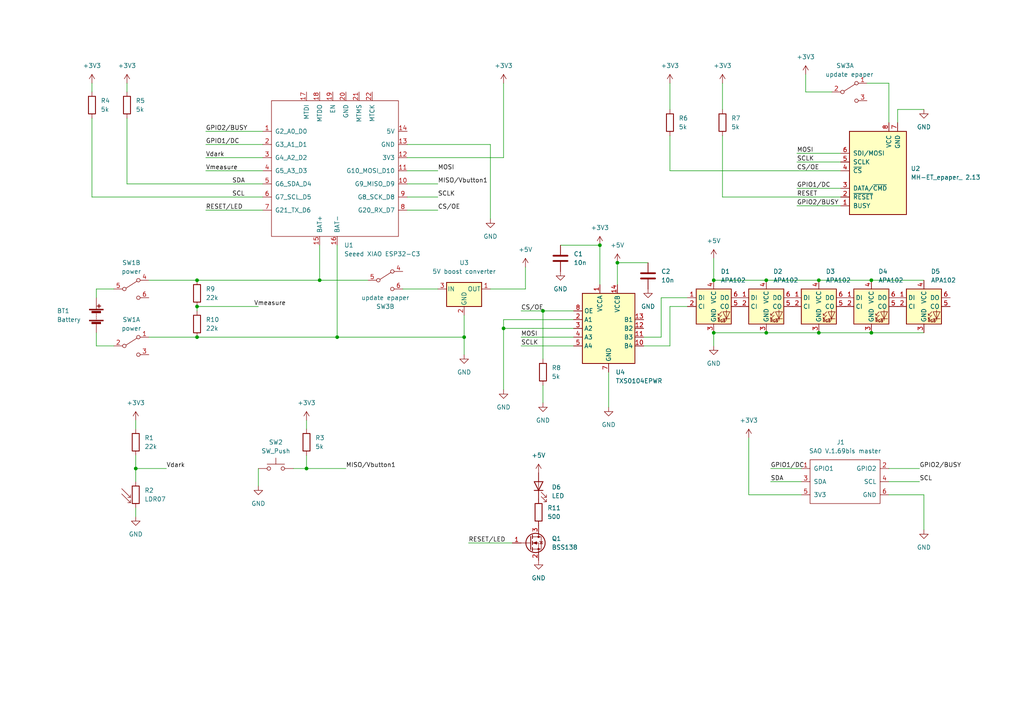
<source format=kicad_sch>
(kicad_sch (version 20211123) (generator eeschema)
  (paper "A4")
  (lib_symbols
    (symbol "Device:Battery" (pin_numbers hide) (pin_names (offset 0) hide)
      (property "Reference" "BT" (at 2.54 2.54 0))
      (property "Value" "Battery" (at 2.54 0 0))
      (symbol "Battery_0_1"
        (rectangle (start -2.032 -1.397) (end 2.032 -1.651) (fill (type outline)))
        (rectangle (start -2.032 1.778) (end 2.032 1.524) (fill (type outline)))
        (rectangle (start -1.3208 -1.9812) (end 1.27 -2.4892) (fill (type outline)))
        (rectangle (start -1.3208 1.1938) (end 1.27 0.6858) (fill (type outline)))
        (polyline (pts (xy 0 -1.524) (xy 0 -1.27)))
        (polyline (pts (xy 0 -1.016) (xy 0 -0.762)))
        (polyline (pts (xy 0 -0.508) (xy 0 -0.254)))
        (polyline (pts (xy 0 0) (xy 0 0.254)))
        (polyline (pts (xy 0 0.508) (xy 0 0.762)))
        (polyline (pts (xy 0 1.778) (xy 0 2.54)))
        (polyline (pts (xy 0.254 2.667) (xy 1.27 2.667)) (stroke (width 0.254)))
        (polyline (pts (xy 0.762 3.175) (xy 0.762 2.159)) (stroke (width 0.254)))
      )
      (symbol "Battery_1_1"
        (pin passive line (at 0 5.08 270) (length 2.54) (name "+") (number "1"))
        (pin passive line (at 0 -5.08 90) (length 2.54) (name "-") (number "2"))
      )
    )
    (symbol "Device:C" (pin_numbers hide) (pin_names (offset 0.254))
      (property "Reference" "C" (at 0.635 2.54 0))
      (property "Value" "C" (at 0.635 -2.54 0))
      (symbol "C_0_1"
        (polyline (pts (xy -2.032 -0.762) (xy 2.032 -0.762)) (stroke (width 0.508)))
        (polyline (pts (xy -2.032 0.762) (xy 2.032 0.762)) (stroke (width 0.508)))
      )
      (symbol "C_1_1"
        (pin passive line (at 0 3.81 270) (length 2.794) (name "~") (number "1"))
        (pin passive line (at 0 -3.81 90) (length 2.794) (name "~") (number "2"))
      )
    )
    (symbol "Device:LED" (pin_numbers hide) (pin_names (offset 1.016) hide)
      (property "Reference" "D" (at 0 2.54 0))
      (property "Value" "LED" (at 0 -2.54 0))
      (symbol "LED_0_1"
        (polyline (pts (xy -1.27 -1.27) (xy -1.27 1.27)) (stroke (width 0.254)))
        (polyline (pts (xy -1.27 0) (xy 1.27 0)))
        (polyline (pts (xy 1.27 -1.27) (xy 1.27 1.27) (xy -1.27 0) (xy 1.27 -1.27)) (stroke (width 0.254)))
        (polyline (pts (xy -3.048 -0.762) (xy -4.572 -2.286) (xy -3.81 -2.286) (xy -4.572 -2.286) (xy -4.572 -1.524)))
        (polyline (pts (xy -1.778 -0.762) (xy -3.302 -2.286) (xy -2.54 -2.286) (xy -3.302 -2.286) (xy -3.302 -1.524)))
      )
      (symbol "LED_1_1"
        (pin passive line (at -3.81 0 0) (length 2.54) (name "K") (number "1"))
        (pin passive line (at 3.81 0 180) (length 2.54) (name "A") (number "2"))
      )
    )
    (symbol "Device:Q_NMOS_GSD" (pin_names (offset 0) hide)
      (property "Reference" "Q" (at 5.08 1.27 0))
      (property "Value" "Q_NMOS_GSD" (at 5.08 -1.27 0))
      (symbol "Q_NMOS_GSD_0_1"
        (polyline (pts (xy 0.254 0) (xy -2.54 0)))
        (polyline (pts (xy 0.254 1.905) (xy 0.254 -1.905)) (stroke (width 0.254)))
        (polyline (pts (xy 0.762 -1.27) (xy 0.762 -2.286)) (stroke (width 0.254)))
        (polyline (pts (xy 0.762 0.508) (xy 0.762 -0.508)) (stroke (width 0.254)))
        (polyline (pts (xy 0.762 2.286) (xy 0.762 1.27)) (stroke (width 0.254)))
        (polyline (pts (xy 2.54 2.54) (xy 2.54 1.778)))
        (polyline (pts (xy 2.54 -2.54) (xy 2.54 0) (xy 0.762 0)))
        (polyline (pts (xy 0.762 -1.778) (xy 3.302 -1.778) (xy 3.302 1.778) (xy 0.762 1.778)))
        (polyline (pts (xy 1.016 0) (xy 2.032 0.381) (xy 2.032 -0.381) (xy 1.016 0)) (fill (type outline)))
        (polyline (pts (xy 2.794 0.508) (xy 2.921 0.381) (xy 3.683 0.381) (xy 3.81 0.254)))
        (polyline (pts (xy 3.302 0.381) (xy 2.921 -0.254) (xy 3.683 -0.254) (xy 3.302 0.381)))
        (circle (center 1.651 0) (radius 2.794) (stroke (width 0.254)))
        (circle (center 2.54 -1.778) (radius 0.254) (fill (type outline)))
        (circle (center 2.54 1.778) (radius 0.254) (fill (type outline)))
      )
      (symbol "Q_NMOS_GSD_1_1"
        (pin input line (at -5.08 0 0) (length 2.54) (name "G") (number "1"))
        (pin passive line (at 2.54 -5.08 90) (length 2.54) (name "S") (number "2"))
        (pin passive line (at 2.54 5.08 270) (length 2.54) (name "D") (number "3"))
      )
    )
    (symbol "Device:R" (pin_numbers hide) (pin_names (offset 0))
      (property "Reference" "R" (at 2.032 0 90))
      (property "Value" "R" (at 0 0 90))
      (symbol "R_0_1"
        (rectangle (start -1.016 -2.54) (end 1.016 2.54) (stroke (width 0.254)))
      )
      (symbol "R_1_1"
        (pin passive line (at 0 3.81 270) (length 1.27) (name "~") (number "1"))
        (pin passive line (at 0 -3.81 90) (length 1.27) (name "~") (number "2"))
      )
    )
    (symbol "LED:APA102"
      (property "Reference" "D" (at 5.08 5.715 0))
      (property "Value" "APA102" (at 1.27 -5.715 0))
      (symbol "APA102_0_0"
        (text "RGB" (at 2.286 -4.191 0) (effects (font (size 0.762 0.762))))
      )
      (symbol "APA102_0_1"
        (polyline (pts (xy 1.27 -3.556) (xy 1.778 -3.556)))
        (polyline (pts (xy 1.27 -2.54) (xy 1.778 -2.54)))
        (polyline (pts (xy 4.699 -3.556) (xy 2.667 -3.556)))
        (polyline (pts (xy 2.286 -2.54) (xy 1.27 -3.556) (xy 1.27 -3.048)))
        (polyline (pts (xy 2.286 -1.524) (xy 1.27 -2.54) (xy 1.27 -2.032)))
        (polyline (pts (xy 3.683 -1.016) (xy 3.683 -3.556) (xy 3.683 -4.064)))
        (polyline (pts (xy 4.699 -1.524) (xy 2.667 -1.524) (xy 3.683 -3.556) (xy 4.699 -1.524)))
        (rectangle (start 5.08 5.08) (end -5.08 -5.08) (stroke (width 0.254)) (fill (type background)))
      )
      (symbol "APA102_1_1"
        (pin input line (at -7.62 2.54 0) (length 2.54) (name "DI") (number "1"))
        (pin input line (at -7.62 0 0) (length 2.54) (name "CI") (number "2"))
        (pin power_in line (at 0 -7.62 90) (length 2.54) (name "GND") (number "3"))
        (pin power_in line (at 0 7.62 270) (length 2.54) (name "VCC") (number "4"))
        (pin output line (at 7.62 0 180) (length 2.54) (name "CO") (number "5"))
        (pin output line (at 7.62 2.54 180) (length 2.54) (name "DO") (number "6"))
      )
    )
    (symbol "Sensor_Optical:LDR07" (pin_numbers hide) (pin_names (offset 0))
      (property "Reference" "R" (at -5.08 0 90))
      (property "Value" "LDR07" (at 1.905 0 90))
      (symbol "LDR07_0_1"
        (rectangle (start -1.016 2.54) (end 1.016 -2.54) (stroke (width 0.254)))
        (polyline (pts (xy -1.524 -2.286) (xy -4.064 0.254)))
        (polyline (pts (xy -1.524 -2.286) (xy -2.286 -2.286)))
        (polyline (pts (xy -1.524 -2.286) (xy -1.524 -1.524)))
        (polyline (pts (xy -1.524 -0.762) (xy -4.064 1.778)))
        (polyline (pts (xy -1.524 -0.762) (xy -2.286 -0.762)))
        (polyline (pts (xy -1.524 -0.762) (xy -1.524 0)))
      )
      (symbol "LDR07_1_1"
        (pin passive line (at 0 3.81 270) (length 1.27) (name "~") (number "1"))
        (pin passive line (at 0 -3.81 90) (length 1.27) (name "~") (number "2"))
      )
    )
    (symbol "Switch:SW_DPDT_x2" (pin_names (offset 0) hide)
      (property "Reference" "SW" (at 0 4.318 0))
      (property "Value" "SW_DPDT_x2" (at 0 -5.08 0))
      (symbol "SW_DPDT_x2_0_0"
        (circle (center -2.032 0) (radius 0.508))
        (circle (center 2.032 -2.54) (radius 0.508))
      )
      (symbol "SW_DPDT_x2_0_1"
        (polyline (pts (xy -1.524 0.254) (xy 1.651 2.286)))
        (circle (center 2.032 2.54) (radius 0.508))
      )
      (symbol "SW_DPDT_x2_1_1"
        (pin passive line (at 5.08 2.54 180) (length 2.54) (name "A") (number "1"))
        (pin passive line (at -5.08 0 0) (length 2.54) (name "B") (number "2"))
        (pin passive line (at 5.08 -2.54 180) (length 2.54) (name "C") (number "3"))
      )
      (symbol "SW_DPDT_x2_2_1"
        (pin passive line (at 5.08 2.54 180) (length 2.54) (name "A") (number "4"))
        (pin passive line (at -5.08 0 0) (length 2.54) (name "B") (number "5"))
        (pin passive line (at 5.08 -2.54 180) (length 2.54) (name "C") (number "6"))
      )
    )
    (symbol "Switch:SW_Push" (pin_numbers hide) (pin_names (offset 1.016) hide)
      (property "Reference" "SW" (at 1.27 2.54 0))
      (property "Value" "SW_Push" (at 0 -1.524 0))
      (symbol "SW_Push_0_1"
        (circle (center -2.032 0) (radius 0.508))
        (polyline (pts (xy 0 1.27) (xy 0 3.048)))
        (polyline (pts (xy 2.54 1.27) (xy -2.54 1.27)))
        (circle (center 2.032 0) (radius 0.508))
        (pin passive line (at -5.08 0 0) (length 2.54) (name "1") (number "1"))
        (pin passive line (at 5.08 0 180) (length 2.54) (name "2") (number "2"))
      )
    )
    (symbol "extra:MH-ET_epaper_ 2.13" (pin_names (offset 1.016))
      (property "Reference" "U" (at -6.604 15.24 0))
      (property "Value" "MH-ET_epaper_ 2.13" (at 20.32 1.27 0))
      (symbol "MH-ET_epaper_ 2.13_0_1"
        (rectangle (start -7.62 13.97) (end 8.89 -10.16) (stroke (width 0.254)) (fill (type background)))
      )
      (symbol "MH-ET_epaper_ 2.13_1_1"
        (pin output line (at -10.16 -7.62 0) (length 2.54) (name "BUSY") (number "1"))
        (pin input line (at -10.16 -5.08 0) (length 2.54) (name "~{RESET}") (number "2"))
        (pin input line (at -10.16 -2.54 0) (length 2.54) (name "DATA/~{CMD}") (number "3"))
        (pin input line (at -10.16 2.54 0) (length 2.54) (name "~{CS}") (number "4"))
        (pin input line (at -10.16 5.08 0) (length 2.54) (name "SCLK") (number "5"))
        (pin input line (at -10.16 7.62 0) (length 2.54) (name "SDI/MOSI") (number "6"))
        (pin power_in line (at 6.35 16.51 270) (length 2.54) (name "GND") (number "7"))
        (pin power_in line (at 3.81 16.51 270) (length 2.54) (name "VCC") (number "8"))
      )
    )
    (symbol "mlp:5V boost converter" (pin_names (offset 0.254))
      (property "Reference" "U" (at -3.81 3.175 0))
      (property "Value" "5V boost converter" (at 0 3.175 0))
      (symbol "5V boost converter_0_1"
        (rectangle (start -5.08 1.905) (end 5.08 -5.08) (stroke (width 0.254)) (fill (type background)))
      )
      (symbol "5V boost converter_1_1"
        (pin power_out line (at 7.62 0 180) (length 2.54) (name "OUT") (number "1"))
        (pin power_in line (at 0 -7.62 90) (length 2.54) (name "GND") (number "2"))
        (pin power_in line (at -7.62 0 0) (length 2.54) (name "IN") (number "3"))
      )
    )
    (symbol "mlp:SAO V.1.69bis master" (pin_names (offset 1.016))
      (property "Reference" "J" (at -1.27 8.89 0))
      (property "Value" "SAO V.1.69bis master" (at -10.6806 -8.89 0))
      (symbol "SAO V.1.69bis master_0_1"
        (rectangle (start -10.16 6.35) (end 10.16 -6.35))
      )
      (symbol "SAO V.1.69bis master_1_1"
        (pin bidirectional line (at -12.7 3.81 0) (length 2.54) (name "GPIO1") (number "1"))
        (pin bidirectional line (at 12.7 3.81 180) (length 2.54) (name "GPIO2") (number "2"))
        (pin bidirectional line (at -12.7 0 0) (length 2.54) (name "SDA") (number "3"))
        (pin input line (at 12.7 0 180) (length 2.54) (name "SCL") (number "4"))
        (pin power_in line (at -12.7 -3.81 0) (length 2.54) (name "3V3") (number "5"))
        (pin power_in line (at 12.7 -3.81 180) (length 2.54) (name "GND") (number "6"))
      )
    )
    (symbol "mlp:Seeed XIAO ESP32-C3" (pin_names (offset 1.016))
      (property "Reference" "U1" (at 2.0194 -21.59 0))
      (property "Value" "Seeed XIAO ESP32-C3" (at 4.5594 -24.13 0))
      (symbol "Seeed XIAO ESP32-C3_0_1"
        (rectangle (start -19.05 20.32) (end 17.78 -19.05))
      )
      (symbol "Seeed XIAO ESP32-C3_1_1"
        (pin unspecified line (at -21.59 11.43 0) (length 2.54) (name "G2_A0_D0") (number "1"))
        (pin unspecified line (at 20.32 -3.81 180) (length 2.54) (name "G9_MISO_D9") (number "10"))
        (pin unspecified line (at 20.32 0 180) (length 2.54) (name "G10_MOSI_D10") (number "11"))
        (pin power_out line (at 20.32 3.81 180) (length 2.54) (name "3V3") (number "12"))
        (pin power_out line (at 20.32 7.62 180) (length 2.54) (name "GND") (number "13"))
        (pin power_out line (at 20.32 11.43 180) (length 2.54) (name "5V") (number "14"))
        (pin power_out line (at -5.08 -21.59 90) (length 2.54) (name "BAT+") (number "15"))
        (pin power_out line (at 0 -21.59 90) (length 2.54) (name "BAT-") (number "16"))
        (pin unspecified line (at -8.89 22.86 270) (length 2.54) (name "MTDI") (number "17"))
        (pin output line (at -5.08 22.86 270) (length 2.54) (name "MTDO") (number "18"))
        (pin unspecified line (at -1.27 22.86 270) (length 2.54) (name "EN") (number "19"))
        (pin unspecified line (at -21.59 7.62 0) (length 2.54) (name "G3_A1_D1") (number "2"))
        (pin unspecified line (at 2.54 22.86 270) (length 2.54) (name "GND") (number "20"))
        (pin unspecified line (at 6.35 22.86 270) (length 2.54) (name "MTMS") (number "21"))
        (pin unspecified line (at 10.16 22.86 270) (length 2.54) (name "MTCK") (number "22"))
        (pin unspecified line (at -21.59 3.81 0) (length 2.54) (name "G4_A2_D2") (number "3"))
        (pin unspecified line (at -21.59 0 0) (length 2.54) (name "G5_A3_D3") (number "4"))
        (pin unspecified line (at -21.59 -3.81 0) (length 2.54) (name "G6_SDA_D4") (number "5"))
        (pin unspecified line (at -21.59 -7.62 0) (length 2.54) (name "G7_SCL_D5") (number "6"))
        (pin unspecified line (at -21.59 -11.43 0) (length 2.54) (name "G21_TX_D6") (number "7"))
        (pin unspecified line (at 20.32 -11.43 180) (length 2.54) (name "G20_RX_D7") (number "8"))
        (pin unspecified line (at 20.32 -7.62 180) (length 2.54) (name "G8_SCK_D8") (number "9"))
        (pin power_out line (at 5.08 -21.59 90) (length 2.54) hide (name "GND") (number "thermal"))
      )
    )
    (symbol "mlp:TXS0104EPWR"
      (property "Reference" "U" (at -6.35 11.43 0))
      (property "Value" "TXS0104EPWR" (at 3.81 11.43 0))
      (symbol "TXS0104EPWR_0_1"
        (rectangle (start -7.62 10.16) (end 7.62 -10.16) (stroke (width 0.254)) (fill (type background)))
      )
      (symbol "TXS0104EPWR_1_1"
        (pin power_in line (at -2.54 12.7 270) (length 2.54) (name "VCCA") (number "1"))
        (pin bidirectional line (at 10.16 -5.08 180) (length 2.54) (name "B4") (number "10"))
        (pin bidirectional line (at 10.16 -2.54 180) (length 2.54) (name "B3") (number "11"))
        (pin bidirectional line (at 10.16 0 180) (length 2.54) (name "B2") (number "12"))
        (pin bidirectional line (at 10.16 2.54 180) (length 2.54) (name "B1") (number "13"))
        (pin power_in line (at 2.54 12.7 270) (length 2.54) (name "VCCB") (number "14"))
        (pin bidirectional line (at -10.16 2.54 0) (length 2.54) (name "A1") (number "2"))
        (pin bidirectional line (at -10.16 0 0) (length 2.54) (name "A2") (number "3"))
        (pin bidirectional line (at -10.16 -2.54 0) (length 2.54) (name "A3") (number "4"))
        (pin bidirectional line (at -10.16 -5.08 0) (length 2.54) (name "A4") (number "5"))
        (pin power_in line (at 0 -12.7 90) (length 2.54) (name "GND") (number "7"))
        (pin input line (at -10.16 5.08 0) (length 2.54) (name "OE") (number "8"))
      )
    )
    (symbol "power:+3V3" (power) (pin_names (offset 0))
      (property "Value" "+3V3" (at 0 3.556 0))
      (symbol "+3V3_0_1"
        (polyline (pts (xy -0.762 1.27) (xy 0 2.54)))
        (polyline (pts (xy 0 0) (xy 0 2.54)))
        (polyline (pts (xy 0 2.54) (xy 0.762 1.27)))
      )
      (symbol "+3V3_1_1"
        (pin power_in line (at 0 0 90) (length 0) hide (name "+3V3") (number "1"))
      )
    )
    (symbol "power:+5V" (power) (pin_names (offset 0))
      (property "Value" "+5V" (at 0 3.556 0))
      (symbol "+5V_0_1"
        (polyline (pts (xy -0.762 1.27) (xy 0 2.54)))
        (polyline (pts (xy 0 0) (xy 0 2.54)))
        (polyline (pts (xy 0 2.54) (xy 0.762 1.27)))
      )
      (symbol "+5V_1_1"
        (pin power_in line (at 0 0 90) (length 0) hide (name "+5V") (number "1"))
      )
    )
    (symbol "power:GND" (power) (pin_names (offset 0))
      (property "Value" "GND" (at 0 -3.81 0))
      (symbol "GND_0_1"
        (polyline (pts (xy 0 0) (xy 0 -1.27) (xy 1.27 -1.27) (xy 0 -2.54) (xy -1.27 -1.27) (xy 0 -1.27)))
      )
      (symbol "GND_1_1"
        (pin power_in line (at 0 0 270) (length 0) hide (name "GND") (number "1"))
      )
    )
  )
  (junction (at 252.73 81.28))
  (junction (at 237.49 81.28))
  (junction (at 222.25 96.52))
  (junction (at 57.15 88.9))
  (junction (at 252.73 96.52))
  (junction (at 134.62 97.79))
  (junction (at 207.01 96.52))
  (junction (at 173.99 71.12))
  (junction (at 222.25 81.28))
  (junction (at 88.9 135.89))
  (junction (at 57.15 81.28))
  (junction (at 179.07 76.2))
  (junction (at 207.01 81.28))
  (junction (at 237.49 96.52))
  (junction (at 39.37 135.89))
  (junction (at 57.15 97.79))
  (junction (at 97.79 97.79))
  (junction (at 146.05 95.25))
  (junction (at 92.71 81.28))
  (junction (at 157.48 90.17))
  (wire (pts (xy 217.17 127) (xy 217.17 143.51)))
  (wire (pts (xy 59.69 60.96) (xy 76.2 60.96)))
  (wire (pts (xy 251.46 24.13) (xy 257.81 24.13)))
  (wire (pts (xy 231.14 46.99) (xy 243.84 46.99)))
  (wire (pts (xy 260.35 31.75) (xy 267.97 31.75)))
  (wire (pts (xy 57.15 81.28) (xy 92.71 81.28)))
  (wire (pts (xy 252.73 96.52) (xy 267.97 96.52)))
  (wire (pts (xy 36.83 53.34) (xy 76.2 53.34)))
  (wire (pts (xy 39.37 135.89) (xy 39.37 139.7)))
  (wire (pts (xy 151.13 90.17) (xy 157.48 90.17)))
  (wire (pts (xy 173.99 71.12) (xy 173.99 82.55)))
  (wire (pts (xy 88.9 121.92) (xy 88.9 124.46)))
  (wire (pts (xy 194.31 24.13) (xy 194.31 31.75)))
  (wire (pts (xy 179.07 76.2) (xy 187.96 76.2)))
  (wire (pts (xy 76.2 49.53) (xy 59.69 49.53)))
  (wire (pts (xy 39.37 121.92) (xy 39.37 124.46)))
  (wire (pts (xy 207.01 96.52) (xy 207.01 100.33)))
  (wire (pts (xy 39.37 135.89) (xy 48.26 135.89)))
  (wire (pts (xy 92.71 81.28) (xy 106.68 81.28)))
  (wire (pts (xy 43.18 97.79) (xy 57.15 97.79)))
  (wire (pts (xy 26.67 24.13) (xy 26.67 26.67)))
  (wire (pts (xy 233.68 26.67) (xy 233.68 21.59)))
  (wire (pts (xy 223.52 135.89) (xy 232.41 135.89)))
  (wire (pts (xy 194.31 100.33) (xy 186.69 100.33)))
  (wire (pts (xy 207.01 81.28) (xy 222.25 81.28)))
  (wire (pts (xy 233.68 26.67) (xy 241.3 26.67)))
  (wire (pts (xy 252.73 81.28) (xy 267.97 81.28)))
  (wire (pts (xy 116.84 83.82) (xy 127 83.82)))
  (wire (pts (xy 36.83 24.13) (xy 36.83 26.67)))
  (wire (pts (xy 237.49 96.52) (xy 252.73 96.52)))
  (wire (pts (xy 222.25 81.28) (xy 237.49 81.28)))
  (wire (pts (xy 209.55 24.13) (xy 209.55 31.75)))
  (wire (pts (xy 209.55 57.15) (xy 243.84 57.15)))
  (wire (pts (xy 43.18 81.28) (xy 57.15 81.28)))
  (wire (pts (xy 26.67 57.15) (xy 76.2 57.15)))
  (wire (pts (xy 146.05 45.72) (xy 118.11 45.72)))
  (wire (pts (xy 146.05 95.25) (xy 166.37 95.25)))
  (wire (pts (xy 146.05 24.13) (xy 146.05 45.72)))
  (wire (pts (xy 39.37 132.08) (xy 39.37 135.89)))
  (wire (pts (xy 146.05 92.71) (xy 166.37 92.71)))
  (wire (pts (xy 199.39 86.36) (xy 191.77 86.36)))
  (wire (pts (xy 257.81 35.56) (xy 257.81 24.13)))
  (wire (pts (xy 166.37 90.17) (xy 157.48 90.17)))
  (wire (pts (xy 260.35 35.56) (xy 260.35 31.75)))
  (wire (pts (xy 57.15 88.9) (xy 74.93 88.9)))
  (wire (pts (xy 194.31 39.37) (xy 194.31 49.53)))
  (wire (pts (xy 59.69 38.1) (xy 76.2 38.1)))
  (wire (pts (xy 39.37 147.32) (xy 39.37 149.86)))
  (wire (pts (xy 27.94 100.33) (xy 33.02 100.33)))
  (wire (pts (xy 267.97 143.51) (xy 267.97 153.67)))
  (wire (pts (xy 118.11 60.96) (xy 127 60.96)))
  (wire (pts (xy 231.14 44.45) (xy 243.84 44.45)))
  (wire (pts (xy 59.69 45.72) (xy 76.2 45.72)))
  (wire (pts (xy 118.11 53.34) (xy 127 53.34)))
  (wire (pts (xy 57.15 97.79) (xy 97.79 97.79)))
  (wire (pts (xy 151.13 100.33) (xy 166.37 100.33)))
  (wire (pts (xy 162.56 71.12) (xy 173.99 71.12)))
  (wire (pts (xy 134.62 97.79) (xy 134.62 102.87)))
  (wire (pts (xy 146.05 95.25) (xy 146.05 113.03)))
  (wire (pts (xy 97.79 71.12) (xy 97.79 97.79)))
  (wire (pts (xy 176.53 107.95) (xy 176.53 118.11)))
  (wire (pts (xy 217.17 143.51) (xy 232.41 143.51)))
  (wire (pts (xy 257.81 143.51) (xy 267.97 143.51)))
  (wire (pts (xy 222.25 96.52) (xy 237.49 96.52)))
  (wire (pts (xy 27.94 96.52) (xy 27.94 100.33)))
  (wire (pts (xy 151.13 97.79) (xy 166.37 97.79)))
  (wire (pts (xy 191.77 86.36) (xy 191.77 97.79)))
  (wire (pts (xy 179.07 76.2) (xy 179.07 82.55)))
  (wire (pts (xy 118.11 41.91) (xy 142.24 41.91)))
  (wire (pts (xy 59.69 41.91) (xy 76.2 41.91)))
  (wire (pts (xy 186.69 97.79) (xy 191.77 97.79)))
  (wire (pts (xy 207.01 74.93) (xy 207.01 81.28)))
  (wire (pts (xy 27.94 86.36) (xy 27.94 83.82)))
  (wire (pts (xy 74.93 135.89) (xy 74.93 140.97)))
  (wire (pts (xy 157.48 90.17) (xy 157.48 104.14)))
  (wire (pts (xy 36.83 34.29) (xy 36.83 53.34)))
  (wire (pts (xy 118.11 57.15) (xy 127 57.15)))
  (wire (pts (xy 88.9 132.08) (xy 88.9 135.89)))
  (wire (pts (xy 97.79 97.79) (xy 134.62 97.79)))
  (wire (pts (xy 157.48 111.76) (xy 157.48 116.84)))
  (wire (pts (xy 207.01 96.52) (xy 222.25 96.52)))
  (wire (pts (xy 194.31 88.9) (xy 199.39 88.9)))
  (wire (pts (xy 194.31 88.9) (xy 194.31 100.33)))
  (wire (pts (xy 237.49 81.28) (xy 252.73 81.28)))
  (wire (pts (xy 257.81 139.7) (xy 266.7 139.7)))
  (wire (pts (xy 257.81 135.89) (xy 266.7 135.89)))
  (wire (pts (xy 85.09 135.89) (xy 88.9 135.89)))
  (wire (pts (xy 152.4 77.47) (xy 152.4 83.82)))
  (wire (pts (xy 92.71 71.12) (xy 92.71 81.28)))
  (wire (pts (xy 231.14 59.69) (xy 243.84 59.69)))
  (wire (pts (xy 88.9 135.89) (xy 100.33 135.89)))
  (wire (pts (xy 152.4 83.82) (xy 142.24 83.82)))
  (wire (pts (xy 118.11 49.53) (xy 127 49.53)))
  (wire (pts (xy 57.15 88.9) (xy 57.15 90.17)))
  (wire (pts (xy 231.14 54.61) (xy 243.84 54.61)))
  (wire (pts (xy 223.52 139.7) (xy 232.41 139.7)))
  (wire (pts (xy 134.62 91.44) (xy 134.62 97.79)))
  (wire (pts (xy 209.55 39.37) (xy 209.55 57.15)))
  (wire (pts (xy 194.31 49.53) (xy 243.84 49.53)))
  (wire (pts (xy 148.59 157.48) (xy 135.89 157.48)))
  (wire (pts (xy 146.05 92.71) (xy 146.05 95.25)))
  (wire (pts (xy 26.67 34.29) (xy 26.67 57.15)))
  (wire (pts (xy 142.24 41.91) (xy 142.24 63.5)))
  (wire (pts (xy 27.94 83.82) (xy 33.02 83.82)))
  (label "GPIO1{slash}DC" (at 231.14 54.61 0))
  (label "CS{slash}OE" (at 231.14 49.53 0))
  (label "MOSI" (at 231.14 44.45 0))
  (label "Vmeasure" (at 73.66 88.9 0))
  (label "MOSI" (at 127 49.53 0))
  (label "GPIO2{slash}BUSY" (at 59.69 38.1 0))
  (label "SCLK" (at 151.13 100.33 0))
  (label "MISO{slash}Vbutton1" (at 100.33 135.89 0))
  (label "SDA" (at 67.31 53.34 0))
  (label "GPIO2{slash}BUSY" (at 266.7 135.89 0))
  (label "RESET" (at 231.14 57.15 0))
  (label "GPIO1{slash}DC" (at 59.69 41.91 0))
  (label "SCLK" (at 127 57.15 0))
  (label "MOSI" (at 151.13 97.79 0))
  (label "SCL" (at 67.31 57.15 0))
  (label "Vmeasure" (at 59.69 49.53 0))
  (label "CS{slash}OE" (at 127 60.96 0))
  (label "Vdark" (at 48.26 135.89 0))
  (label "GPIO1{slash}DC" (at 223.52 135.89 0))
  (label "SCL" (at 266.7 139.7 0))
  (label "GPIO2{slash}BUSY" (at 231.14 59.69 0))
  (label "SCLK" (at 231.14 46.99 0))
  (label "MISO{slash}Vbutton1" (at 127 53.34 0))
  (label "CS{slash}OE" (at 151.13 90.17 0))
  (label "SDA" (at 223.52 139.7 0))
  (label "RESET{slash}LED" (at 135.89 157.48 0))
  (label "RESET{slash}LED" (at 59.69 60.96 0))
  (label "Vdark" (at 59.69 45.72 0))
  (symbol (lib_id "Device:C") (at 162.56 74.93 0) (unit 1)
    (property "Reference" "C1" (at 166.37 73.6599 0) (effects (justify left)))
    (property "Value" "10n" (at 166.37 76.1999 0) (effects (justify left)))
    (property "Footprint" "Capacitor_SMD:C_1206_3216Metric_Pad1.33x1.80mm_HandSolder" (effects hide))
  )
  (symbol (lib_id "power:GND") (at 74.93 140.97 0) (unit 1)
    (property "Reference" "#PWR010" (effects hide))
    (property "Value" "GND" (at 74.93 146.05 0))
  )
  (symbol (lib_id "power:GND") (at 267.97 31.75 0) (unit 1)
    (property "Reference" "#PWR07" (effects hide))
    (property "Value" "GND" (at 267.97 36.83 0))
  )
  (symbol (lib_id "Device:R") (at 194.31 35.56 0) (unit 1)
    (property "Reference" "R6" (at 196.85 34.2899 0) (effects (justify left)))
    (property "Value" "5k" (at 196.85 36.8299 0) (effects (justify left)))
    (property "Footprint" "Resistor_SMD:R_2010_5025Metric_Pad1.40x2.65mm_HandSolder" (effects hide))
  )
  (symbol (lib_id "power:+5V") (at 207.01 74.93 0) (unit 1)
    (property "Reference" "#PWR023" (effects hide))
    (property "Value" "+5V" (at 207.01 69.85 0))
  )
  (symbol (lib_id "Device:LED") (at 156.21 140.97 90) (unit 1)
    (property "Reference" "D6" (at 160.02 141.2874 90) (effects (justify right)))
    (property "Value" "LED" (at 160.02 143.8274 90) (effects (justify right)))
    (property "Footprint" "LED_THT:LED_D5.0mm" (effects hide))
  )
  (symbol (lib_id "power:GND") (at 39.37 149.86 0) (unit 1)
    (property "Reference" "#PWR09" (effects hide))
    (property "Value" "GND" (at 39.37 154.94 0))
  )
  (symbol (lib_id "power:+3V3") (at 173.99 71.12 0) (unit 1)
    (property "Reference" "#PWR019" (effects hide))
    (property "Value" "+3V3" (at 173.99 66.04 0))
  )
  (symbol (lib_id "power:+3V3") (at 146.05 24.13 0) (unit 1)
    (property "Reference" "#PWR03" (effects hide))
    (property "Value" "+3V3" (at 146.05 19.05 0))
  )
  (symbol (lib_id "Switch:SW_DPDT_x2") (at 38.1 100.33 0) (unit 1)
    (property "Reference" "SW1" (at 38.1 92.71 0))
    (property "Value" "power" (at 38.1 95.25 0))
    (property "Footprint" "extra:MSS-22D18G2 hand-solderable" (effects hide))
  )
  (symbol (lib_id "extra:MH-ET_epaper_ 2.13") (at 254 52.07 0) (unit 1)
    (property "Reference" "U2" (at 264.16 48.8949 0) (effects (justify left)))
    (property "Value" "MH-ET_epaper_ 2.13" (at 264.16 51.4349 0) (effects (justify left)))
    (property "Footprint" "extra:MH-ET_epaper_ 2.13" (effects hide))
    (property "Datasheet" "https://www.aliexpress.us/item/3256803898542103.html" (effects hide))
  )
  (symbol (lib_id "power:+3V3") (at 26.67 24.13 0) (unit 1)
    (property "Reference" "#PWR015" (effects hide))
    (property "Value" "+3V3" (at 26.67 19.05 0))
  )
  (symbol (lib_id "power:+3V3") (at 194.31 24.13 0) (unit 1)
    (property "Reference" "#PWR014" (effects hide))
    (property "Value" "+3V3" (at 194.31 19.05 0))
  )
  (symbol (lib_id "Switch:SW_DPDT_x2") (at 111.76 81.28 0) (unit 2)
    (property "Reference" "SW3" (at 111.76 88.9 0))
    (property "Value" "update epaper" (at 111.76 86.36 0))
    (property "Footprint" "extra:MSS-22D18G2 hand-solderable" (effects hide))
  )
  (symbol (lib_id "Device:R") (at 57.15 85.09 0) (unit 1)
    (property "Reference" "R9" (at 59.69 83.8199 0) (effects (justify left)))
    (property "Value" "22k" (at 59.69 86.3599 0) (effects (justify left)))
    (property "Footprint" "Resistor_SMD:R_2010_5025Metric_Pad1.40x2.65mm_HandSolder" (effects hide))
  )
  (symbol (lib_id "Device:R") (at 57.15 93.98 0) (unit 1)
    (property "Reference" "R10" (at 59.69 92.7099 0) (effects (justify left)))
    (property "Value" "22k" (at 59.69 95.2499 0) (effects (justify left)))
    (property "Footprint" "Resistor_SMD:R_2010_5025Metric_Pad1.40x2.65mm_HandSolder" (effects hide))
  )
  (symbol (lib_id "LED:APA102") (at 237.49 88.9 0) (unit 1)
    (property "Reference" "D3" (at 239.5094 78.74 0) (effects (justify left)))
    (property "Value" "APA102" (at 239.5094 81.28 0) (effects (justify left)))
    (property "Footprint" "extra:LED-APA102-2020" (effects hide))
    (property "Datasheet" "http://www.led-color.com/upload/201506/APA102%20LED.pdf" (effects hide))
  )
  (symbol (lib_id "power:+5V") (at 152.4 77.47 0) (unit 1)
    (property "Reference" "#PWR013" (effects hide))
    (property "Value" "+5V" (at 152.4 72.39 0))
  )
  (symbol (lib_id "power:GND") (at 134.62 102.87 0) (unit 1)
    (property "Reference" "#PWR0101" (effects hide))
    (property "Value" "GND" (at 134.62 107.95 0))
  )
  (symbol (lib_id "Device:R") (at 88.9 128.27 0) (unit 1)
    (property "Reference" "R3" (at 91.44 126.9999 0) (effects (justify left)))
    (property "Value" "5k" (at 91.44 129.5399 0) (effects (justify left)))
    (property "Footprint" "Resistor_SMD:R_2010_5025Metric_Pad1.40x2.65mm_HandSolder" (effects hide))
  )
  (symbol (lib_id "power:GND") (at 267.97 153.67 0) (unit 1)
    (property "Reference" "#PWR05" (effects hide))
    (property "Value" "GND" (at 267.97 158.75 0))
  )
  (symbol (lib_id "mlp:5V boost converter") (at 134.62 83.82 0) (unit 1)
    (property "Reference" "U3" (at 134.62 76.2 0))
    (property "Value" "5V boost converter" (at 134.62 78.74 0))
    (property "Footprint" "extra:boost converter module" (effects hide))
  )
  (symbol (lib_id "Sensor_Optical:LDR07") (at 39.37 143.51 0) (unit 1)
    (property "Reference" "R2" (at 41.91 142.2399 0) (effects (justify left)))
    (property "Value" "LDR07" (at 41.91 144.7799 0) (effects (justify left)))
    (property "Footprint" "OptoDevice:R_LDR_5.1x4.3mm_P3.4mm_Vertical" (effects hide))
    (property "Datasheet" "http://www.tme.eu/de/Document/f2e3ad76a925811312d226c31da4cd7e/LDR07.pdf" (effects hide))
  )
  (symbol (lib_id "power:GND") (at 156.21 162.56 0) (unit 1)
    (property "Reference" "#PWR022" (effects hide))
    (property "Value" "GND" (at 156.21 167.64 0))
  )
  (symbol (lib_id "power:+5V") (at 179.07 76.2 0) (unit 1)
    (property "Reference" "#PWR021" (effects hide))
    (property "Value" "+5V" (at 179.07 71.12 0))
  )
  (symbol (lib_id "Device:R") (at 39.37 128.27 0) (unit 1)
    (property "Reference" "R1" (at 41.91 126.9999 0) (effects (justify left)))
    (property "Value" "22k" (at 41.91 129.5399 0) (effects (justify left)))
    (property "Footprint" "Resistor_SMD:R_2010_5025Metric_Pad1.40x2.65mm_HandSolder" (effects hide))
  )
  (symbol (lib_id "power:+3V3") (at 36.83 24.13 0) (unit 1)
    (property "Reference" "#PWR016" (effects hide))
    (property "Value" "+3V3" (at 36.83 19.05 0))
  )
  (symbol (lib_id "Device:R") (at 157.48 107.95 0) (unit 1)
    (property "Reference" "R8" (at 160.02 106.6799 0) (effects (justify left)))
    (property "Value" "5k" (at 160.02 109.2199 0) (effects (justify left)))
    (property "Footprint" "Resistor_SMD:R_2010_5025Metric_Pad1.40x2.65mm_HandSolder" (effects hide))
  )
  (symbol (lib_id "power:+3V3") (at 233.68 21.59 0) (unit 1)
    (property "Reference" "#PWR06" (effects hide))
    (property "Value" "+3V3" (at 233.68 16.51 0))
  )
  (symbol (lib_id "power:GND") (at 157.48 116.84 0) (unit 1)
    (property "Reference" "#PWR0103" (effects hide))
    (property "Value" "GND" (at 157.48 121.92 0))
  )
  (symbol (lib_id "Device:R") (at 36.83 30.48 0) (unit 1)
    (property "Reference" "R5" (at 39.37 29.2099 0) (effects (justify left)))
    (property "Value" "5k" (at 39.37 31.7499 0) (effects (justify left)))
    (property "Footprint" "Resistor_SMD:R_2010_5025Metric_Pad1.40x2.65mm_HandSolder" (effects hide))
  )
  (symbol (lib_id "power:+3V3") (at 209.55 24.13 0) (unit 1)
    (property "Reference" "#PWR017" (effects hide))
    (property "Value" "+3V3" (at 209.55 19.05 0))
  )
  (symbol (lib_id "Device:R") (at 156.21 148.59 0) (unit 1)
    (property "Reference" "R11" (at 158.75 147.3199 0) (effects (justify left)))
    (property "Value" "500" (at 158.75 149.8599 0) (effects (justify left)))
    (property "Footprint" "Resistor_SMD:R_2010_5025Metric_Pad1.40x2.65mm_HandSolder" (effects hide))
  )
  (symbol (lib_id "power:GND") (at 207.01 100.33 0) (unit 1)
    (property "Reference" "#PWR0105" (effects hide))
    (property "Value" "GND" (at 207.01 105.41 0))
  )
  (symbol (lib_id "power:GND") (at 162.56 78.74 0) (unit 1)
    (property "Reference" "#PWR0102" (effects hide))
    (property "Value" "GND" (at 162.56 83.82 0))
  )
  (symbol (lib_id "power:GND") (at 176.53 118.11 0) (unit 1)
    (property "Reference" "#PWR020" (effects hide))
    (property "Value" "GND" (at 176.53 123.19 0))
  )
  (symbol (lib_id "mlp:SAO V.1.69bis master") (at 245.11 139.7 0) (unit 1)
    (property "Reference" "J1" (at 243.84 128.27 0))
    (property "Value" "SAO V.1.69bis master" (at 245.11 130.81 0))
    (property "Footprint" "Connector_IDC:IDC-Header_2x03_P2.54mm_Vertical" (effects hide))
  )
  (symbol (lib_id "Device:C") (at 187.96 80.01 0) (unit 1)
    (property "Reference" "C2" (at 191.77 78.7399 0) (effects (justify left)))
    (property "Value" "10n" (at 191.77 81.2799 0) (effects (justify left)))
    (property "Footprint" "Capacitor_SMD:C_1206_3216Metric_Pad1.33x1.80mm_HandSolder" (effects hide))
  )
  (symbol (lib_id "mlp:TXS0104EPWR") (at 176.53 95.25 0) (unit 1)
    (property "Reference" "U4" (at 178.5494 107.95 0) (effects (justify left)))
    (property "Value" "TXS0104EPWR" (at 178.5494 110.49 0) (effects (justify left)))
    (property "Footprint" "Package_SO:TSSOP-14_4.4x5mm_P0.65mm" (effects hide))
    (property "Datasheet" "www.ti.com/lit/ds/symlink/txs0104e.pdf" (effects hide))
  )
  (symbol (lib_id "power:+5V") (at 156.21 137.16 0) (unit 1)
    (property "Reference" "#PWR012" (effects hide))
    (property "Value" "+5V" (at 156.21 132.08 0))
  )
  (symbol (lib_id "power:GND") (at 146.05 113.03 0) (unit 1)
    (property "Reference" "#PWR018" (effects hide))
    (property "Value" "GND" (at 146.05 118.11 0))
  )
  (symbol (lib_id "LED:APA102") (at 207.01 88.9 0) (unit 1)
    (property "Reference" "D1" (at 209.0294 78.74 0) (effects (justify left)))
    (property "Value" "APA102" (at 209.0294 81.28 0) (effects (justify left)))
    (property "Footprint" "extra:LED-APA102-2020" (effects hide))
    (property "Datasheet" "http://www.led-color.com/upload/201506/APA102%20LED.pdf" (effects hide))
  )
  (symbol (lib_id "Device:R") (at 26.67 30.48 0) (unit 1)
    (property "Reference" "R4" (at 29.21 29.2099 0) (effects (justify left)))
    (property "Value" "5k" (at 29.21 31.7499 0) (effects (justify left)))
    (property "Footprint" "Resistor_SMD:R_2010_5025Metric_Pad1.40x2.65mm_HandSolder" (effects hide))
  )
  (symbol (lib_id "power:+3V3") (at 88.9 121.92 0) (unit 1)
    (property "Reference" "#PWR011" (effects hide))
    (property "Value" "+3V3" (at 88.9 116.84 0))
  )
  (symbol (lib_id "LED:APA102") (at 252.73 88.9 0) (unit 1)
    (property "Reference" "D4" (at 254.7494 78.74 0) (effects (justify left)))
    (property "Value" "APA102" (at 254.7494 81.28 0) (effects (justify left)))
    (property "Footprint" "extra:LED-APA102-2020" (effects hide))
    (property "Datasheet" "http://www.led-color.com/upload/201506/APA102%20LED.pdf" (effects hide))
  )
  (symbol (lib_id "Device:Battery") (at 27.94 91.44 0) (unit 1)
    (property "Reference" "BT1" (at 16.51 90.17 0) (effects (justify left)))
    (property "Value" "Battery" (at 16.51 92.71 0) (effects (justify left)))
    (property "Footprint" "Connector_JST:JST_PH_S2B-PH-SM4-TB_1x02-1MP_P2.00mm_Horizontal" (effects hide))
  )
  (symbol (lib_id "power:GND") (at 142.24 63.5 0) (unit 1)
    (property "Reference" "#PWR02" (effects hide))
    (property "Value" "GND" (at 142.24 68.58 0))
  )
  (symbol (lib_id "power:GND") (at 187.96 83.82 0) (unit 1)
    (property "Reference" "#PWR0104" (effects hide))
    (property "Value" "GND" (at 187.96 88.9 0))
  )
  (symbol (lib_id "Device:Q_NMOS_GSD") (at 153.67 157.48 0) (unit 1)
    (property "Reference" "Q1" (at 160.02 156.2099 0) (effects (justify left)))
    (property "Value" "BSS138" (at 160.02 158.7499 0) (effects (justify left)))
    (property "Footprint" "Package_TO_SOT_SMD:SOT-23" (effects hide))
  )
  (symbol (lib_id "LED:APA102") (at 267.97 88.9 0) (unit 1)
    (property "Reference" "D5" (at 269.9894 78.74 0) (effects (justify left)))
    (property "Value" "APA102" (at 269.9894 81.28 0) (effects (justify left)))
    (property "Footprint" "extra:LED-APA102-2020" (effects hide))
    (property "Datasheet" "http://www.led-color.com/upload/201506/APA102%20LED.pdf" (effects hide))
  )
  (symbol (lib_id "Device:R") (at 209.55 35.56 0) (unit 1)
    (property "Reference" "R7" (at 212.09 34.2899 0) (effects (justify left)))
    (property "Value" "5k" (at 212.09 36.8299 0) (effects (justify left)))
    (property "Footprint" "Resistor_SMD:R_2010_5025Metric_Pad1.40x2.65mm_HandSolder" (effects hide))
  )
  (symbol (lib_id "LED:APA102") (at 222.25 88.9 0) (unit 1)
    (property "Reference" "D2" (at 224.2694 78.74 0) (effects (justify left)))
    (property "Value" "APA102" (at 224.2694 81.28 0) (effects (justify left)))
    (property "Footprint" "extra:LED-APA102-2020" (effects hide))
    (property "Datasheet" "http://www.led-color.com/upload/201506/APA102%20LED.pdf" (effects hide))
  )
  (symbol (lib_id "power:+3V3") (at 39.37 121.92 0) (unit 1)
    (property "Reference" "#PWR08" (effects hide))
    (property "Value" "+3V3" (at 39.37 116.84 0))
  )
  (symbol (lib_id "Switch:SW_DPDT_x2") (at 38.1 83.82 0) (unit 2)
    (property "Reference" "SW1" (at 38.1 76.2 0))
    (property "Value" "power" (at 38.1 78.74 0))
    (property "Footprint" "extra:MSS-22D18G2 hand-solderable" (effects hide))
  )
  (symbol (lib_id "Switch:SW_DPDT_x2") (at 246.38 26.67 0) (unit 1)
    (property "Reference" "SW3" (at 245.11 19.05 0))
    (property "Value" "update epaper" (at 246.38 21.59 0))
    (property "Footprint" "extra:MSS-22D18G2 hand-solderable" (effects hide))
  )
  (symbol (lib_id "mlp:Seeed XIAO ESP32-C3") (at 97.79 49.53 0) (unit 1)
    (property "Reference" "U1" (at 99.8094 71.12 0) (effects (justify left)))
    (property "Value" "Seeed XIAO ESP32-C3" (at 99.8094 73.66 0) (effects (justify left)))
    (property "Footprint" "extra:Seeed XIAO ESP32-C3 hand-solderable" (effects hide))
  )
  (symbol (lib_id "Switch:SW_Push") (at 80.01 135.89 0) (unit 1)
    (property "Reference" "SW2" (at 80.01 128.27 0))
    (property "Value" "SW_Push" (at 80.01 130.81 0))
    (property "Footprint" "Button_Switch_SMD:SW_SPST_SKQG_WithoutStem" (effects hide))
  )
  (symbol (lib_id "power:+3V3") (at 217.17 127 0) (unit 1)
    (property "Reference" "#PWR04" (effects hide))
    (property "Value" "+3V3" (at 217.17 121.92 0))
  )
)
</source>
